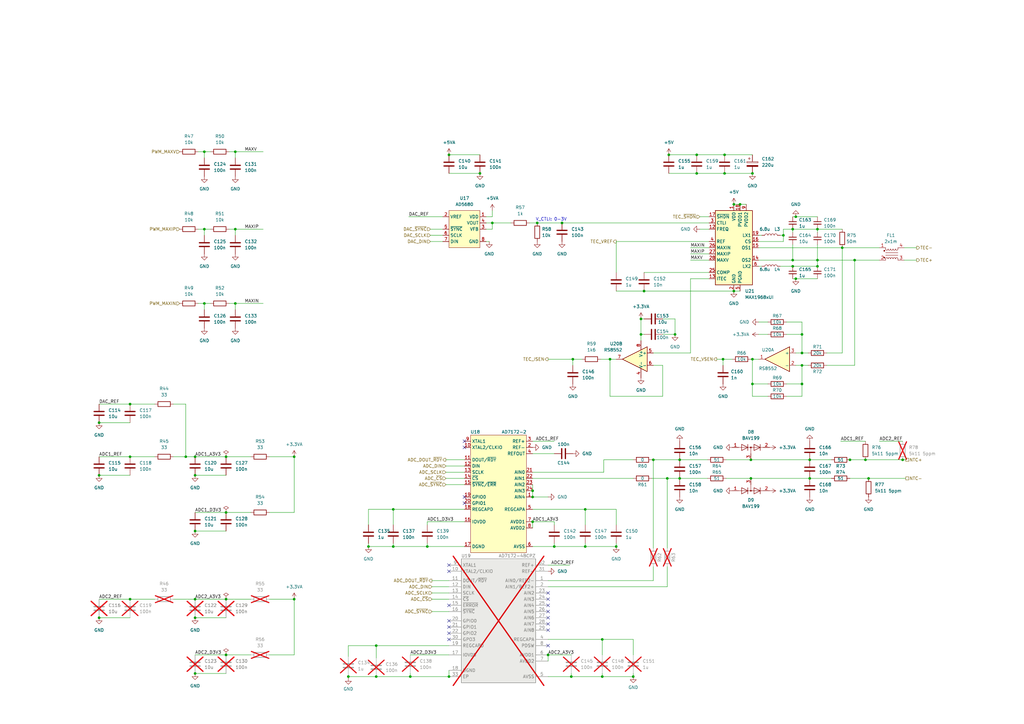
<source format=kicad_sch>
(kicad_sch (version 20230121) (generator eeschema)
  (paper "A3")
  (title_block (title "Kirdy") (date "2022-07-03") (rev "r0.3") (company "M-Labs") (comment 1 "Linus Woo Chun Kit"))
  (junction (at 300.99 119.38))
  (junction (at 267.97 188.595))
  (junction (at 350.52 106.68))
  (junction (at 297.18 63.5))
  (junction (at 274.32 63.5))
  (junction (at 300.99 83.82))
  (junction (at 201.93 91.44))
  (junction (at 252.73 224.155))
  (junction (at 96.52 62.23))
  (junction (at 53.34 245.745))
  (junction (at 161.29 208.915))
  (junction (at 92.71 268.605))
  (junction (at 325.12 106.68))
  (junction (at 234.95 147.32))
  (junction (at 83.82 62.23))
  (junction (at 40.64 173.355))
  (junction (at 80.01 217.805))
  (junction (at 120.65 187.325))
  (junction (at 40.64 253.365))
  (junction (at 120.65 245.745))
  (junction (at 218.44 213.995))
  (junction (at 154.305 277.495))
  (junction (at 328.93 149.86))
  (junction (at 354.965 188.595))
  (junction (at 296.545 147.32))
  (junction (at 218.44 203.835))
  (junction (at 184.15 277.495))
  (junction (at 161.29 224.155))
  (junction (at 234.315 277.495))
  (junction (at 308.61 71.12))
  (junction (at 247.015 262.255))
  (junction (at 92.71 210.185))
  (junction (at 325.12 93.98))
  (junction (at 80.01 276.225))
  (junction (at 230.505 91.44))
  (junction (at 262.89 137.16))
  (junction (at 285.75 71.12))
  (junction (at 348.615 188.595))
  (junction (at 308.61 157.48))
  (junction (at 259.715 277.495))
  (junction (at 326.39 114.3))
  (junction (at 250.19 147.32))
  (junction (at 92.71 245.745))
  (junction (at 83.82 93.98))
  (junction (at 80.01 187.325))
  (junction (at 83.82 124.46))
  (junction (at 175.26 224.155))
  (junction (at 278.765 188.595))
  (junction (at 80.01 194.945))
  (junction (at 321.31 96.52))
  (junction (at 92.71 187.325))
  (junction (at 53.34 187.325))
  (junction (at 218.44 201.295))
  (junction (at 168.275 277.495))
  (junction (at 80.01 253.365))
  (junction (at 184.15 63.5))
  (junction (at 240.03 224.155))
  (junction (at 335.28 109.22))
  (junction (at 345.44 101.6))
  (junction (at 273.685 196.215))
  (junction (at 278.765 196.215))
  (junction (at 328.93 137.16))
  (junction (at 96.52 93.98))
  (junction (at 227.33 224.155))
  (junction (at 154.305 264.795))
  (junction (at 220.345 91.44))
  (junction (at 96.52 124.46))
  (junction (at 303.53 83.82))
  (junction (at 40.64 194.945))
  (junction (at 332.105 188.595))
  (junction (at 328.93 157.48))
  (junction (at 307.975 188.595))
  (junction (at 325.12 109.22))
  (junction (at 196.85 71.12))
  (junction (at 356.235 196.215))
  (junction (at 262.89 130.81))
  (junction (at 240.03 208.915))
  (junction (at 307.975 196.215))
  (junction (at 328.93 144.78))
  (junction (at 370.205 188.595))
  (junction (at 151.13 224.155))
  (junction (at 264.16 119.38))
  (junction (at 76.2 187.325))
  (junction (at 80.01 245.745))
  (junction (at 335.28 93.98))
  (junction (at 276.86 137.16))
  (junction (at 142.875 277.495))
  (junction (at 308.61 147.32))
  (junction (at 285.75 63.5))
  (junction (at 297.18 71.12))
  (junction (at 335.28 106.68))
  (junction (at 332.105 196.215))
  (junction (at 224.79 268.605))
  (junction (at 53.34 165.735))
  (junction (at 326.39 88.9))
  (junction (at 247.015 277.495))
  (no_connect (at 190.5 180.975))
  (no_connect (at 184.15 248.285))
  (no_connect (at 190.5 183.515))
  (no_connect (at 190.5 203.835))
  (no_connect (at 190.5 206.375))
  (no_connect (at 224.79 243.205))
  (no_connect (at 224.79 250.825))
  (no_connect (at 184.15 234.315))
  (no_connect (at 184.15 231.775))
  (no_connect (at 224.79 264.795))
  (no_connect (at 184.15 262.255))
  (no_connect (at 224.79 255.905))
  (no_connect (at 184.15 257.175))
  (no_connect (at 184.15 259.715))
  (no_connect (at 224.79 248.285))
  (no_connect (at 224.79 253.365))
  (no_connect (at 184.15 254.635))
  (no_connect (at 224.79 258.445))
  (no_connect (at 224.79 245.745))
  (wire (pts (xy 320.04 96.52) (xy 321.31 96.52)))
  (wire (pts (xy 80.01 276.225) (xy 92.71 276.225)))
  (wire (pts (xy 274.32 63.5) (xy 285.75 63.5)))
  (wire (pts (xy 328.93 144.78) (xy 331.47 144.78)))
  (wire (pts (xy 218.44 201.295) (xy 218.44 203.835)))
  (wire (pts (xy 218.44 213.995) (xy 227.33 213.995)))
  (wire (pts (xy 224.79 147.32) (xy 234.95 147.32)))
  (wire (pts (xy 220.345 91.44) (xy 230.505 91.44)))
  (wire (pts (xy 40.64 245.745) (xy 53.34 245.745)))
  (wire (pts (xy 347.345 188.595) (xy 348.615 188.595)))
  (wire (pts (xy 308.61 147.32) (xy 311.15 147.32)))
  (wire (pts (xy 40.64 194.945) (xy 53.34 194.945)))
  (wire (pts (xy 252.73 111.76) (xy 252.73 99.06)))
  (wire (pts (xy 142.875 277.495) (xy 142.875 278.13)))
  (wire (pts (xy 182.88 198.755) (xy 190.5 198.755)))
  (wire (pts (xy 40.64 165.735) (xy 53.34 165.735)))
  (wire (pts (xy 328.93 149.86) (xy 331.47 149.86)))
  (wire (pts (xy 92.71 268.605) (xy 102.87 268.605)))
  (wire (pts (xy 182.88 191.135) (xy 190.5 191.135)))
  (wire (pts (xy 175.26 213.995) (xy 190.5 213.995)))
  (wire (pts (xy 252.73 119.38) (xy 264.16 119.38)))
  (wire (pts (xy 224.79 268.605) (xy 224.79 271.145)))
  (wire (pts (xy 53.34 245.745) (xy 63.5 245.745)))
  (wire (pts (xy 252.73 208.915) (xy 252.73 215.265)))
  (wire (pts (xy 278.765 196.215) (xy 290.195 196.215)))
  (wire (pts (xy 151.13 215.265) (xy 151.13 208.915)))
  (wire (pts (xy 110.49 187.325) (xy 120.65 187.325)))
  (wire (pts (xy 92.71 210.185) (xy 102.87 210.185)))
  (wire (pts (xy 311.15 132.08) (xy 314.96 132.08)))
  (wire (pts (xy 278.765 188.595) (xy 290.195 188.595)))
  (wire (pts (xy 199.39 93.98) (xy 201.93 93.98)))
  (wire (pts (xy 325.12 106.68) (xy 335.28 106.68)))
  (wire (pts (xy 297.18 63.5) (xy 308.61 63.5)))
  (wire (pts (xy 250.19 147.32) (xy 252.73 147.32)))
  (wire (pts (xy 285.75 71.12) (xy 297.18 71.12)))
  (wire (pts (xy 296.545 147.32) (xy 300.355 147.32)))
  (wire (pts (xy 332.105 188.595) (xy 340.995 188.595)))
  (wire (pts (xy 264.16 119.38) (xy 300.99 119.38)))
  (wire (pts (xy 176.53 99.06) (xy 181.61 99.06)))
  (wire (pts (xy 322.58 157.48) (xy 328.93 157.48)))
  (wire (pts (xy 177.165 245.745) (xy 184.15 245.745)))
  (wire (pts (xy 80.01 253.365) (xy 92.71 253.365)))
  (wire (pts (xy 71.12 245.745) (xy 80.01 245.745)))
  (wire (pts (xy 227.33 213.995) (xy 227.33 215.265)))
  (wire (pts (xy 83.82 93.98) (xy 86.36 93.98)))
  (wire (pts (xy 339.09 144.78) (xy 345.44 144.78)))
  (wire (pts (xy 271.78 162.56) (xy 271.78 149.86)))
  (wire (pts (xy 184.15 63.5) (xy 196.85 63.5)))
  (wire (pts (xy 218.44 208.915) (xy 240.03 208.915)))
  (wire (pts (xy 218.44 213.995) (xy 218.44 216.535)))
  (wire (pts (xy 151.13 208.915) (xy 161.29 208.915)))
  (wire (pts (xy 151.13 224.155) (xy 161.29 224.155)))
  (wire (pts (xy 247.015 277.495) (xy 259.715 277.495)))
  (wire (pts (xy 321.31 93.98) (xy 325.12 93.98)))
  (wire (pts (xy 350.52 106.68) (xy 350.52 149.86)))
  (wire (pts (xy 199.39 99.06) (xy 200.66 99.06)))
  (wire (pts (xy 142.875 277.495) (xy 154.305 277.495)))
  (wire (pts (xy 96.52 124.46) (xy 96.52 127)))
  (wire (pts (xy 154.305 264.795) (xy 154.305 269.875)))
  (wire (pts (xy 325.12 109.22) (xy 335.28 109.22)))
  (wire (pts (xy 287.02 88.9) (xy 290.83 88.9)))
  (wire (pts (xy 283.21 101.6) (xy 290.83 101.6)))
  (wire (pts (xy 176.53 96.52) (xy 181.61 96.52)))
  (wire (pts (xy 271.78 149.86) (xy 267.97 149.86)))
  (wire (pts (xy 182.88 188.595) (xy 190.5 188.595)))
  (wire (pts (xy 262.89 137.16) (xy 262.89 139.7)))
  (wire (pts (xy 345.44 101.6) (xy 345.44 144.78)))
  (wire (pts (xy 326.39 144.78) (xy 328.93 144.78)))
  (wire (pts (xy 283.21 144.78) (xy 267.97 144.78)))
  (wire (pts (xy 247.65 193.675) (xy 247.65 188.595)))
  (wire (pts (xy 184.15 71.12) (xy 196.85 71.12)))
  (wire (pts (xy 311.15 101.6) (xy 345.44 101.6)))
  (wire (pts (xy 234.95 149.86) (xy 234.95 147.32)))
  (wire (pts (xy 96.52 124.46) (xy 107.95 124.46)))
  (wire (pts (xy 240.03 208.915) (xy 252.73 208.915)))
  (wire (pts (xy 234.315 276.225) (xy 234.315 277.495)))
  (wire (pts (xy 267.97 232.41) (xy 267.97 238.125)))
  (wire (pts (xy 335.28 106.68) (xy 350.52 106.68)))
  (wire (pts (xy 182.88 193.675) (xy 190.5 193.675)))
  (wire (pts (xy 325.12 95.25) (xy 325.12 93.98)))
  (wire (pts (xy 154.305 264.795) (xy 184.15 264.795)))
  (wire (pts (xy 348.615 196.215) (xy 356.235 196.215)))
  (wire (pts (xy 120.65 268.605) (xy 120.65 245.745)))
  (wire (pts (xy 199.39 88.9) (xy 201.93 88.9)))
  (wire (pts (xy 335.28 100.33) (xy 335.28 106.68)))
  (wire (pts (xy 224.79 277.495) (xy 234.315 277.495)))
  (wire (pts (xy 93.98 93.98) (xy 96.52 93.98)))
  (wire (pts (xy 264.16 130.81) (xy 262.89 130.81)))
  (wire (pts (xy 325.12 88.9) (xy 326.39 88.9)))
  (wire (pts (xy 250.19 162.56) (xy 271.78 162.56)))
  (wire (pts (xy 322.58 132.08) (xy 328.93 132.08)))
  (wire (pts (xy 273.685 232.41) (xy 273.685 240.665)))
  (wire (pts (xy 83.82 62.23) (xy 83.82 64.77)))
  (wire (pts (xy 161.29 222.885) (xy 161.29 224.155)))
  (wire (pts (xy 80.01 217.805) (xy 92.71 217.805)))
  (wire (pts (xy 307.975 196.215) (xy 332.105 196.215)))
  (wire (pts (xy 264.16 111.76) (xy 290.83 111.76)))
  (wire (pts (xy 247.015 262.255) (xy 259.715 262.255)))
  (wire (pts (xy 167.64 88.9) (xy 181.61 88.9)))
  (wire (pts (xy 246.38 147.32) (xy 250.19 147.32)))
  (wire (pts (xy 247.015 276.225) (xy 247.015 277.495)))
  (wire (pts (xy 267.97 188.595) (xy 267.97 224.79)))
  (wire (pts (xy 53.34 187.325) (xy 63.5 187.325)))
  (wire (pts (xy 240.03 222.885) (xy 240.03 224.155)))
  (wire (pts (xy 110.49 268.605) (xy 120.65 268.605)))
  (wire (pts (xy 177.165 240.665) (xy 184.15 240.665)))
  (wire (pts (xy 370.84 101.6) (xy 375.92 101.6)))
  (wire (pts (xy 201.93 88.9) (xy 201.93 86.36)))
  (wire (pts (xy 311.15 106.68) (xy 325.12 106.68)))
  (wire (pts (xy 325.12 100.33) (xy 325.12 106.68)))
  (wire (pts (xy 234.95 147.32) (xy 238.76 147.32)))
  (wire (pts (xy 40.64 187.325) (xy 53.34 187.325)))
  (wire (pts (xy 177.165 250.825) (xy 184.15 250.825)))
  (wire (pts (xy 247.65 188.595) (xy 259.715 188.595)))
  (wire (pts (xy 83.82 124.46) (xy 83.82 127)))
  (wire (pts (xy 328.93 137.16) (xy 328.93 144.78)))
  (wire (pts (xy 175.26 224.155) (xy 190.5 224.155)))
  (wire (pts (xy 168.275 268.605) (xy 184.15 268.605)))
  (wire (pts (xy 177.165 243.205) (xy 184.15 243.205)))
  (wire (pts (xy 92.71 187.325) (xy 102.87 187.325)))
  (wire (pts (xy 218.44 186.055) (xy 227.33 186.055)))
  (wire (pts (xy 110.49 245.745) (xy 120.65 245.745)))
  (wire (pts (xy 247.015 262.255) (xy 247.015 268.605)))
  (wire (pts (xy 92.71 245.745) (xy 102.87 245.745)))
  (wire (pts (xy 360.68 180.975) (xy 370.205 180.975)))
  (wire (pts (xy 311.15 99.06) (xy 321.31 99.06)))
  (wire (pts (xy 267.97 188.595) (xy 278.765 188.595)))
  (wire (pts (xy 297.815 196.215) (xy 307.975 196.215)))
  (wire (pts (xy 142.875 264.795) (xy 142.875 269.24)))
  (wire (pts (xy 80.01 268.605) (xy 92.71 268.605)))
  (wire (pts (xy 96.52 93.98) (xy 96.52 96.52)))
  (wire (pts (xy 311.15 137.16) (xy 314.96 137.16)))
  (wire (pts (xy 326.39 149.86) (xy 328.93 149.86)))
  (wire (pts (xy 308.61 157.48) (xy 308.61 162.56)))
  (wire (pts (xy 53.34 165.735) (xy 63.5 165.735)))
  (wire (pts (xy 370.205 188.595) (xy 371.475 188.595)))
  (wire (pts (xy 71.12 165.735) (xy 76.2 165.735)))
  (wire (pts (xy 326.39 114.3) (xy 335.28 114.3)))
  (wire (pts (xy 325.12 114.3) (xy 326.39 114.3)))
  (wire (pts (xy 76.2 165.735) (xy 76.2 187.325)))
  (wire (pts (xy 218.44 203.835) (xy 224.79 203.835)))
  (wire (pts (xy 273.685 240.665) (xy 224.79 240.665)))
  (wire (pts (xy 154.305 277.495) (xy 168.275 277.495)))
  (wire (pts (xy 247.65 193.675) (xy 218.44 193.675)))
  (wire (pts (xy 252.73 222.885) (xy 252.73 224.155)))
  (wire (pts (xy 199.39 91.44) (xy 201.93 91.44)))
  (wire (pts (xy 328.93 162.56) (xy 328.93 157.48)))
  (wire (pts (xy 110.49 210.185) (xy 120.65 210.185)))
  (wire (pts (xy 83.82 93.98) (xy 83.82 96.52)))
  (wire (pts (xy 93.98 62.23) (xy 96.52 62.23)))
  (wire (pts (xy 230.505 91.44) (xy 290.83 91.44)))
  (wire (pts (xy 287.02 93.98) (xy 290.83 93.98)))
  (wire (pts (xy 322.58 137.16) (xy 328.93 137.16)))
  (wire (pts (xy 80.01 194.945) (xy 92.71 194.945)))
  (wire (pts (xy 177.165 238.125) (xy 184.15 238.125)))
  (wire (pts (xy 184.15 274.955) (xy 184.15 277.495)))
  (wire (pts (xy 276.86 130.81) (xy 276.86 137.16)))
  (wire (pts (xy 201.93 93.98) (xy 201.93 91.44)))
  (wire (pts (xy 218.44 180.975) (xy 227.33 180.975)))
  (wire (pts (xy 322.58 162.56) (xy 328.93 162.56)))
  (wire (pts (xy 328.93 132.08) (xy 328.93 137.16)))
  (wire (pts (xy 40.64 173.355) (xy 53.34 173.355)))
  (wire (pts (xy 176.53 93.98) (xy 181.61 93.98)))
  (wire (pts (xy 81.28 93.98) (xy 83.82 93.98)))
  (wire (pts (xy 80.01 187.325) (xy 92.71 187.325)))
  (wire (pts (xy 273.685 196.215) (xy 273.685 224.79)))
  (wire (pts (xy 273.685 196.215) (xy 278.765 196.215)))
  (wire (pts (xy 335.28 95.25) (xy 335.28 93.98)))
  (wire (pts (xy 96.52 62.23) (xy 107.95 62.23)))
  (wire (pts (xy 321.31 99.06) (xy 321.31 96.52)))
  (wire (pts (xy 175.26 222.885) (xy 175.26 224.155)))
  (wire (pts (xy 218.44 198.755) (xy 218.44 201.295)))
  (wire (pts (xy 76.2 187.325) (xy 80.01 187.325)))
  (wire (pts (xy 344.805 180.975) (xy 354.965 180.975)))
  (wire (pts (xy 120.65 210.185) (xy 120.65 187.325)))
  (wire (pts (xy 224.79 268.605) (xy 234.315 268.605)))
  (wire (pts (xy 224.79 262.255) (xy 247.015 262.255)))
  (wire (pts (xy 218.44 196.215) (xy 259.715 196.215)))
  (wire (pts (xy 271.78 137.16) (xy 276.86 137.16)))
  (wire (pts (xy 311.15 96.52) (xy 312.42 96.52)))
  (wire (pts (xy 283.21 114.3) (xy 290.83 114.3)))
  (wire (pts (xy 348.615 188.595) (xy 354.965 188.595)))
  (wire (pts (xy 96.52 93.98) (xy 107.95 93.98)))
  (wire (pts (xy 81.28 62.23) (xy 83.82 62.23)))
  (wire (pts (xy 240.03 208.915) (xy 240.03 215.265)))
  (wire (pts (xy 264.16 137.16) (xy 262.89 137.16)))
  (wire (pts (xy 321.31 96.52) (xy 321.31 93.98)))
  (wire (pts (xy 335.28 106.68) (xy 335.28 109.22)))
  (wire (pts (xy 217.17 91.44) (xy 220.345 91.44)))
  (wire (pts (xy 332.105 196.215) (xy 340.995 196.215)))
  (wire (pts (xy 335.28 93.98) (xy 345.44 93.98)))
  (wire (pts (xy 274.32 71.12) (xy 285.75 71.12)))
  (wire (pts (xy 267.335 188.595) (xy 267.97 188.595)))
  (wire (pts (xy 262.89 130.81) (xy 262.89 137.16)))
  (wire (pts (xy 168.275 277.495) (xy 184.15 277.495)))
  (wire (pts (xy 250.19 147.32) (xy 250.19 162.56)))
  (wire (pts (xy 356.235 196.215) (xy 371.475 196.215)))
  (wire (pts (xy 285.75 63.5) (xy 297.18 63.5)))
  (wire (pts (xy 182.88 196.215) (xy 190.5 196.215)))
  (wire (pts (xy 307.975 188.595) (xy 332.105 188.595)))
  (wire (pts (xy 168.275 277.495) (xy 168.275 276.225)))
  (wire (pts (xy 81.28 124.46) (xy 83.82 124.46)))
  (wire (pts (xy 300.99 83.82) (xy 303.53 83.82)))
  (wire (pts (xy 83.82 124.46) (xy 86.36 124.46)))
  (wire (pts (xy 350.52 106.68) (xy 360.68 106.68)))
  (wire (pts (xy 297.815 188.595) (xy 307.975 188.595)))
  (wire (pts (xy 283.21 114.3) (xy 283.21 144.78)))
  (wire (pts (xy 80.01 210.185) (xy 92.71 210.185)))
  (wire (pts (xy 294.005 147.32) (xy 296.545 147.32)))
  (wire (pts (xy 96.52 62.23) (xy 96.52 64.77)))
  (wire (pts (xy 345.44 101.6) (xy 360.68 101.6)))
  (wire (pts (xy 370.84 106.68) (xy 375.92 106.68)))
  (wire (pts (xy 252.73 99.06) (xy 290.83 99.06)))
  (wire (pts (xy 328.93 157.48) (xy 328.93 149.86)))
  (wire (pts (xy 314.96 157.48) (xy 308.61 157.48)))
  (wire (pts (xy 93.98 124.46) (xy 96.52 124.46)))
  (wire (pts (xy 259.715 276.225) (xy 259.715 277.495)))
  (wire (pts (xy 267.97 238.125) (xy 224.79 238.125)))
  (wire (pts (xy 227.33 222.885) (xy 227.33 224.155)))
  (wire (pts (xy 80.01 245.745) (xy 92.71 245.745)))
  (wire (pts (xy 218.44 224.155) (xy 227.33 224.155)))
  (wire (pts (xy 300.99 119.38) (xy 303.53 119.38)))
  (wire (pts (xy 307.975 147.32) (xy 308.61 147.32)))
  (wire (pts (xy 71.12 187.325) (xy 76.2 187.325)))
  (wire (pts (xy 296.545 149.86) (xy 296.545 147.32)))
  (wire (pts (xy 161.29 224.155) (xy 175.26 224.155)))
  (wire (pts (xy 308.61 157.48) (xy 308.61 147.32)))
  (wire (pts (xy 303.53 83.82) (xy 306.07 83.82)))
  (wire (pts (xy 271.78 130.81) (xy 276.86 130.81)))
  (wire (pts (xy 224.79 231.775) (xy 233.68 231.775)))
  (wire (pts (xy 201.93 91.44) (xy 209.55 91.44)))
  (wire (pts (xy 308.61 162.56) (xy 314.96 162.56)))
  (wire (pts (xy 83.82 62.23) (xy 86.36 62.23)))
  (wire (pts (xy 354.965 188.595) (xy 370.205 188.595)))
  (wire (pts (xy 161.29 208.915) (xy 161.29 215.265)))
  (wire (pts (xy 326.39 88.9) (xy 335.28 88.9)))
  (wire (pts (xy 234.315 277.495) (xy 247.015 277.495)))
  (wire (pts (xy 40.64 253.365) (xy 53.34 253.365)))
  (wire (pts (xy 311.15 109.22) (xy 312.42 109.22)))
  (wire (pts (xy 227.33 224.155) (xy 240.03 224.155)))
  (wire (pts (xy 320.04 109.22) (xy 325.12 109.22)))
  (wire (pts (xy 339.09 149.86) (xy 350.52 149.86)))
  (wire (pts (xy 297.18 71.12) (xy 308.61 71.12)))
  (wire (pts (xy 267.335 196.215) (xy 273.685 196.215)))
  (wire (pts (xy 161.29 208.915) (xy 190.5 208.915)))
  (wire (pts (xy 283.21 104.14) (xy 290.83 104.14)))
  (wire (pts (xy 283.21 106.68) (xy 290.83 106.68)))
  (wire (pts (xy 240.03 224.155) (xy 252.73 224.155)))
  (wire (pts (xy 142.875 276.86) (xy 142.875 277.495)))
  (wire (pts (xy 151.13 222.885) (xy 151.13 224.155)))
  (wire (pts (xy 154.305 264.795) (xy 142.875 264.795)))
  (wire (pts (xy 259.715 262.255) (xy 259.715 268.605)))
  (wire (pts (xy 325.12 93.98) (xy 335.28 93.98)))
  (wire (pts (xy 175.26 213.995) (xy 175.26 215.265)))
  (text "V_CTLI: 0-3V" (at 219.71 90.805 0) (effects (font (size 1.27 1.27)) (justify left bottom)))
  (label "DAC_REF" (at 167.64 88.9 0))
  (label "ADC1_D3V3" (at 175.26 213.995 0))
  (label "MAXV" (at 100.33 62.23 0))
  (label "MAXIN" (at 100.33 124.46 0))
  (label "ADC2_D3V3" (at 80.01 268.605 0))
  (label "ADC2_REF" (at 40.64 245.745 0))
  (label "ADC1_REF" (at 40.64 187.325 0))
  (label "ADC2_A3V3" (at 80.01 245.745 0))
  (label "MAXIN" (at 283.21 101.6 0))
  (label "ADC1_A3V3" (at 80.01 187.325 0))
  (label "MAXV" (at 283.21 106.68 0))
  (label "DAC_REF" (at 40.64 165.735 0))
  (label "MAXIP" (at 100.33 93.98 0))
  (label "ADC1_REF" (at 344.805 180.975 0))
  (label "ADC1_D3V3" (at 80.01 210.185 0))
  (label "ADC1_REF" (at 219.71 180.975 0))
  (label "ADC1_A3V3" (at 218.44 213.995 0))
  (label "ADC2_A3V3" (at 224.79 268.605 0))
  (label "MAXIP" (at 283.21 104.14 0))
  (label "ADC2_REF" (at 360.68 180.975 0))
  (label "ADC2_D3V3" (at 168.275 268.605 0))
  (label "ADC2_REF" (at 226.06 231.775 0))
  (hierarchical_label "ADC_DOUT_~{RDY}" (shape output) (at 182.88 188.595 180))
  (hierarchical_label "TEC+" (shape output) (at 375.92 106.68 0))
  (hierarchical_label "PWM_MAXIP" (shape input) (at 73.66 93.98 180))
  (hierarchical_label "DAC_DIN" (shape input) (at 176.53 99.06 180))
  (hierarchical_label "PWM_MAXIN" (shape input) (at 73.66 124.46 180))
  (hierarchical_label "TEC_VREF" (shape output) (at 252.73 99.06 180))
  (hierarchical_label "ADC_~{SYNC}" (shape input) (at 177.165 250.825 180))
  (hierarchical_label "TEC_~{SHDN}" (shape input) (at 287.02 88.9 180))
  (hierarchical_label "DAC_SCLK" (shape input) (at 176.53 96.52 180))
  (hierarchical_label "ADC_~{CS}" (shape input) (at 177.165 245.745 180))
  (hierarchical_label "TEC_ISEN" (shape output) (at 224.79 147.32 180))
  (hierarchical_label "ADC_~{CS}" (shape input) (at 182.88 196.215 180))
  (hierarchical_label "NTC-" (shape passive) (at 371.475 196.215 0))
  (hierarchical_label "ADC_DIN" (shape input) (at 182.88 191.135 180))
  (hierarchical_label "NTC+" (shape passive) (at 371.475 188.595 0))
  (hierarchical_label "TEC-" (shape output) (at 375.92 101.6 0))
  (hierarchical_label "PWM_MAXV" (shape input) (at 73.66 62.23 180))
  (hierarchical_label "ADC_SCLK" (shape input) (at 182.88 193.675 180))
  (hierarchical_label "ADC_DIN" (shape input) (at 177.165 240.665 180))
  (hierarchical_label "TEC_VSEN" (shape output) (at 294.005 147.32 180))
  (hierarchical_label "ADC_~{SYNC}" (shape input) (at 182.88 198.755 180))
  (hierarchical_label "ADC_DOUT_~{RDY}" (shape output) (at 177.165 238.125 180))
  (hierarchical_label "DAC_~{SYNC}" (shape input) (at 176.53 93.98 180))
  (hierarchical_label "ADC_SCLK" (shape input) (at 177.165 243.205 180))
  (symbol (lib_id "power:GND") (at 80.01 276.225 0) (unit 1)
    (property "Reference" "#PWR0104" (effects hide))
    (property "Value" "GND" (at 80.01 281.305 0))
  )
  (symbol (lib_id "power:GND") (at 80.01 194.945 0) (unit 1)
    (property "Reference" "#PWR0101" (effects hide))
    (property "Value" "GND" (at 80.01 200.025 0))
  )
  (symbol (lib_id "Device:R") (at 273.685 228.6 180) (unit 1) (dnp yes)
    (property "Reference" "R63" (at 276.225 228.6 90))
    (property "Value" "0" (at 273.685 228.6 90))
    (property "Footprint" "Resistor_SMD:R_0603_1608Metric" (effects hide))
    (property "MFR_PN" "RMCF0603ZT0R00" (effects hide))
    (property "MFR_PN_ALT" "CR0603-J/-000ELF" (effects hide))
  )
  (symbol (lib_id "Device:C") (at 240.03 219.075 0) (unit 1)
    (property "Reference" "C147" (at 243.84 217.8049 0) (effects (justify left)))
    (property "Value" "100n" (at 243.84 220.3449 0) (effects (justify left)))
    (property "Footprint" "Capacitor_SMD:C_0603_1608Metric" (effects hide))
    (property "MFR_PN" "CL10B104KB8NNWC" (effects hide))
    (property "MFR_PN_ALT" "CL10B104KB8NNNL" (effects hide))
  )
  (symbol (lib_id "Device:C") (at 175.26 219.075 0) (unit 1)
    (property "Reference" "C139" (at 179.07 217.8049 0) (effects (justify left)))
    (property "Value" "100n" (at 179.07 220.3449 0) (effects (justify left)))
    (property "Footprint" "Capacitor_SMD:C_0603_1608Metric" (effects hide))
    (property "MFR_PN" "CL10B104KB8NNWC" (effects hide))
    (property "MFR_PN_ALT" "CL10B104KB8NNNL" (effects hide))
  )
  (symbol (lib_id "kirdy:AD5680") (at 190.5 101.6 0) (unit 1)
    (property "Reference" "U17" (at 190.5 81.28 0))
    (property "Value" "AD5680" (at 190.5 83.82 0))
    (property "Footprint" "Package_TO_SOT_SMD:SOT-23-8" (effects hide))
    (property "Datasheet" "https://www.analog.com/media/en/technical-documentation/data-sheets/ad5680.pdf" (effects hide))
    (property "MFR_PN" "AD5680BRJZ" (effects hide))
  )
  (symbol (lib_id "Device:C") (at 53.34 249.555 0) (unit 1) (dnp yes)
    (property "Reference" "C119" (at 57.15 248.2849 0) (effects (justify left)))
    (property "Value" "100n" (at 57.15 250.8249 0) (effects (justify left)))
    (property "Footprint" "Capacitor_SMD:C_0603_1608Metric" (effects hide))
    (property "MFR_PN" "CL10B104KB8NNWC" (effects hide))
    (property "MFR_PN_ALT" "CL10B104KB8NNNL" (effects hide))
  )
  (symbol (lib_id "power:GND") (at 40.64 194.945 0) (unit 1)
    (property "Reference" "#PWR099" (effects hide))
    (property "Value" "GND" (at 40.64 200.025 0))
  )
  (symbol (lib_id "power:GND") (at 200.66 99.06 0) (unit 1)
    (property "Reference" "#PWR0117" (effects hide))
    (property "Value" "GND" (at 200.66 104.14 0))
  )
  (symbol (lib_id "Device:C") (at 80.01 213.995 0) (unit 1)
    (property "Reference" "C121" (at 83.82 212.7249 0) (effects (justify left)))
    (property "Value" "10u" (at 83.82 215.2649 0) (effects (justify left)))
    (property "Footprint" "Capacitor_SMD:C_0805_2012Metric" (effects hide))
    (property "MFR_PN" "CL21B106KOQNNNG" (effects hide))
    (property "MFR_PN_ALT" "CL21B106KOQNNNE" (effects hide))
  )
  (symbol (lib_id "Device:R") (at 345.44 97.79 180) (unit 1)
    (property "Reference" "R75" (at 349.25 96.52 0))
    (property "Value" "50m" (at 349.25 99.06 0))
    (property "Footprint" "Resistor_SMD:R_2010_5025Metric" (effects hide))
    (property "MFR_PN" "CRM2010-FX-R050ELF" (effects hide))
    (property "MFR_PN_ALT" "WSLT2010R5000FEA18" (effects hide))
  )
  (symbol (lib_id "Device:C") (at 154.305 273.685 0) (unit 1) (dnp yes)
    (property "Reference" "C136" (at 158.115 272.4149 0) (effects (justify left)))
    (property "Value" "100n" (at 158.115 274.9549 0) (effects (justify left)))
    (property "Footprint" "Capacitor_SMD:C_0603_1608Metric" (effects hide))
    (property "MFR_PN" "CL10B104KB8NNWC" (effects hide))
    (property "MFR_PN_ALT" "CL10B104KB8NNNL" (effects hide))
  )
  (symbol (lib_id "Device:C") (at 252.73 219.075 0) (unit 1)
    (property "Reference" "C150" (at 256.54 217.8049 0) (effects (justify left)))
    (property "Value" "1u" (at 256.54 220.3449 0) (effects (justify left)))
    (property "Footprint" "Capacitor_SMD:C_0603_1608Metric" (effects hide))
    (property "MFR_PN" "CL10B105KA8NNNC" (effects hide))
    (property "MFR_PN_ALT" "CGA3E1X7R1E105K080AC" (effects hide))
  )
  (symbol (lib_id "power:+3.3VA") (at 120.65 187.325 0) (unit 1)
    (property "Reference" "#PWR0111" (effects hide))
    (property "Value" "+3.3VA" (at 120.65 182.245 0))
  )
  (symbol (lib_id "power:+5V") (at 274.32 63.5 0) (unit 1)
    (property "Reference" "#PWR0130" (effects hide))
    (property "Value" "+5V" (at 274.32 58.42 0))
  )
  (symbol (lib_id "Device:R") (at 106.68 210.185 90) (unit 1)
    (property "Reference" "R54" (at 106.68 203.835 90))
    (property "Value" "33" (at 106.68 206.375 90))
    (property "Footprint" "Resistor_SMD:R_0603_1608Metric" (effects hide))
    (property "MFR_PN" "RC0603FR-0733RL" (effects hide))
    (property "MFR_PN_ALT" "CRGCQ0603F33R" (effects hide))
  )
  (symbol (lib_id "Device:Filter_EMI_LL_1423") (at 365.76 104.14 0) (mirror x) (unit 1)
    (property "Reference" "FL1" (at 365.379 96.52 0))
    (property "Value" "2x1m" (at 365.379 99.06 0))
    (property "Footprint" "Inductor_SMD:L_CommonModeChoke_Wuerth_WE-SL5" (effects hide))
    (property "MFR_PN" "744273501" (effects hide))
  )
  (symbol (lib_id "Device:R") (at 318.77 132.08 90) (unit 1)
    (property "Reference" "R67" (at 318.77 129.54 90))
    (property "Value" "10k" (at 318.77 132.08 90))
    (property "Footprint" "Resistor_SMD:R_0603_1608Metric" (effects hide))
    (property "MFR_PN" "RNCP0603FTD10K0" (effects hide))
    (property "MFR_PN_ALT" "RMCF0603FT10K0" (effects hide))
  )
  (symbol (lib_id "power:GND") (at 83.82 104.14 0) (unit 1)
    (property "Reference" "#PWR0106" (effects hide))
    (property "Value" "GND" (at 83.82 109.22 0))
  )
  (symbol (lib_id "Device:R") (at 90.17 62.23 90) (unit 1)
    (property "Reference" "R50" (at 90.17 55.88 90))
    (property "Value" "10k" (at 90.17 58.42 90))
    (property "Footprint" "Resistor_SMD:R_0603_1608Metric" (effects hide))
    (property "MFR_PN" "RNCP0603FTD10K0" (effects hide))
    (property "MFR_PN_ALT" "RMCF0603FT10K0" (effects hide))
  )
  (symbol (lib_id "Device:C") (at 296.545 153.67 0) (unit 1)
    (property "Reference" "C160" (at 299.72 152.4 0) (effects (justify left)))
    (property "Value" "1n" (at 299.72 154.94 0) (effects (justify left)))
    (property "Footprint" "Capacitor_SMD:C_0603_1608Metric" (effects hide))
    (property "MFR_PN" "0603N102G250CT" (effects hide))
  )
  (symbol (lib_id "Device:R") (at 294.005 188.595 90) (unit 1)
    (property "Reference" "R64" (at 294.005 191.135 90))
    (property "Value" "51" (at 294.005 188.595 90))
    (property "Footprint" "Resistor_SMD:R_0603_1608Metric" (effects hide))
    (property "MFR_PN" "ESR03EZPF51R0" (effects hide))
    (property "MFR_PN_ALT" "RMCF0603FT51R0" (effects hide))
  )
  (symbol (lib_id "kirdy:RS8552") (at 260.35 147.32 0) (mirror y) (unit 3)
    (property "Reference" "U20" (effects hide))
    (property "Value" "RS8552" (effects hide))
    (property "Footprint" "Package_SO:SOIC-8_3.9x4.9mm_P1.27mm" (effects hide))
    (property "Datasheet" "https://datasheet.lcsc.com/lcsc/2010160333_Jiangsu-RUNIC-Tech-RS8554XP_C236997.pdf" (effects hide))
    (property "MFR_PN" "RS8552XK" (effects hide))
  )
  (symbol (lib_id "power:GND") (at 308.61 71.12 0) (unit 1)
    (property "Reference" "#PWR0140" (effects hide))
    (property "Value" "GND" (at 308.61 76.2 0))
  )
  (symbol (lib_id "Device:R") (at 344.805 188.595 90) (unit 1)
    (property "Reference" "R73" (at 344.805 191.135 90))
    (property "Value" "51" (at 344.805 188.595 90))
    (property "Footprint" "Resistor_SMD:R_0603_1608Metric" (effects hide))
    (property "MFR_PN" "ESR03EZPF51R0" (effects hide))
    (property "MFR_PN_ALT" "RMCF0603FT51R0" (effects hide))
  )
  (symbol (lib_id "Device:R") (at 106.68 245.745 90) (unit 1) (dnp yes)
    (property "Reference" "R55" (at 106.68 239.395 90))
    (property "Value" "33" (at 106.68 241.935 90))
    (property "Footprint" "Resistor_SMD:R_0603_1608Metric" (effects hide))
    (property "MFR_PN" "RC0603FR-0733RL" (effects hide))
    (property "MFR_PN_ALT" "CRGCQ0603F33R" (effects hide))
  )
  (symbol (lib_id "power:GND") (at 311.15 132.08 270) (unit 1)
    (property "Reference" "#PWR0141" (effects hide))
    (property "Value" "GND" (at 307.34 132.0799 90) (effects (justify right)))
  )
  (symbol (lib_id "Device:R") (at 294.005 196.215 90) (unit 1)
    (property "Reference" "R65" (at 294.005 193.675 90))
    (property "Value" "51" (at 294.005 196.215 90))
    (property "Footprint" "Resistor_SMD:R_0603_1608Metric" (effects hide))
    (property "MFR_PN" "ESR03EZPF51R0" (effects hide))
    (property "MFR_PN_ALT" "RMCF0603FT51R0" (effects hide))
  )
  (symbol (lib_id "kirdy:AD7172-2") (at 204.47 205.105 0) (mirror y) (unit 1)
    (property "Reference" "U18" (at 194.945 177.165 0))
    (property "Value" "AD7172-2" (at 210.82 177.165 0))
    (property "Footprint" "Package_SO:TSSOP-24_4.4x7.8mm_P0.65mm" (effects hide))
    (property "Datasheet" "https://www.analog.com/media/en/technical-documentation/data-sheets/ad7172-2.pdf" (effects hide))
    (property "MFR_PN" "AD7172-2BRUZ" (effects hide))
  )
  (symbol (lib_id "Device:C") (at 92.71 272.415 0) (unit 1) (dnp yes)
    (property "Reference" "C130" (at 96.52 271.1449 0) (effects (justify left)))
    (property "Value" "100n" (at 96.52 273.6849 0) (effects (justify left)))
    (property "Footprint" "Capacitor_SMD:C_0603_1608Metric" (effects hide))
    (property "MFR_PN" "CL10B104KB8NNWC" (effects hide))
    (property "MFR_PN_ALT" "CL10B104KB8NNNL" (effects hide))
  )
  (symbol (lib_id "Device:C") (at 92.71 191.135 0) (unit 1)
    (property "Reference" "C127" (at 96.52 189.8649 0) (effects (justify left)))
    (property "Value" "100n" (at 96.52 192.4049 0) (effects (justify left)))
    (property "Footprint" "Capacitor_SMD:C_0603_1608Metric" (effects hide))
    (property "MFR_PN" "CL10B104KB8NNWC" (effects hide))
    (property "MFR_PN_ALT" "CL10B104KB8NNNL" (effects hide))
  )
  (symbol (lib_id "power:GND") (at 83.82 134.62 0) (unit 1)
    (property "Reference" "#PWR0107" (effects hide))
    (property "Value" "GND" (at 83.82 139.7 0))
  )
  (symbol (lib_id "Device:L") (at 316.23 109.22 90) (unit 1)
    (property "Reference" "L4" (at 318.77 110.49 90))
    (property "Value" "6.8u" (at 313.69 110.49 90))
    (property "Footprint" "Inductor_SMD:L_Wuerth_MAPI-4030" (effects hide))
    (property "MFR_PN" "74438357068" (effects hide))
  )
  (symbol (lib_id "power:GND") (at 234.95 186.055 90) (unit 1)
    (property "Reference" "#PWR0125" (effects hide))
    (property "Value" "GND" (at 238.76 186.0549 90) (effects (justify right)))
  )
  (symbol (lib_id "Device:R") (at 77.47 93.98 90) (unit 1)
    (property "Reference" "R48" (at 77.47 87.63 90))
    (property "Value" "10k" (at 77.47 90.17 90))
    (property "Footprint" "Resistor_SMD:R_0603_1608Metric" (effects hide))
    (property "MFR_PN" "RNCP0603FTD10K0" (effects hide))
    (property "MFR_PN_ALT" "RMCF0603FT10K0" (effects hide))
  )
  (symbol (lib_id "Device:R") (at 344.805 196.215 90) (unit 1)
    (property "Reference" "R74" (at 344.805 193.675 90))
    (property "Value" "51" (at 344.805 196.215 90))
    (property "Footprint" "Resistor_SMD:R_0603_1608Metric" (effects hide))
    (property "MFR_PN" "ESR03EZPF51R0" (effects hide))
    (property "MFR_PN_ALT" "RMCF0603FT51R0" (effects hide))
  )
  (symbol (lib_id "Device:C") (at 40.64 191.135 0) (unit 1)
    (property "Reference" "C115" (at 44.45 189.8649 0) (effects (justify left)))
    (property "Value" "10u" (at 44.45 192.4049 0) (effects (justify left)))
    (property "Footprint" "Capacitor_SMD:C_0805_2012Metric" (effects hide))
    (property "MFR_PN" "CL21B106KOQNNNG" (effects hide))
    (property "MFR_PN_ALT" "CL21B106KOQNNNE" (effects hide))
  )
  (symbol (lib_id "Device:C") (at 278.765 192.405 0) (unit 1)
    (property "Reference" "C157" (at 282.575 191.1349 0) (effects (justify left)))
    (property "Value" "100n" (at 282.575 193.6749 0) (effects (justify left)))
    (property "Footprint" "Capacitor_SMD:C_0603_1608Metric" (effects hide))
    (property "MFR_PN" "CL10B104KB8NNWC" (effects hide))
    (property "MFR_PN_ALT" "CL10B104KB8NNNL" (effects hide))
  )
  (symbol (lib_id "power:GND") (at 96.52 72.39 0) (unit 1)
    (property "Reference" "#PWR0108" (effects hide))
    (property "Value" "GND" (at 96.52 77.47 0))
  )
  (symbol (lib_id "Device:C") (at 297.18 67.31 0) (unit 1)
    (property "Reference" "C161" (at 300.99 66.0399 0) (effects (justify left)))
    (property "Value" "1u" (at 300.99 68.5799 0) (effects (justify left)))
    (property "Footprint" "Capacitor_SMD:C_0603_1608Metric" (effects hide))
    (property "MFR_PN" "CL10B105KA8NNNC" (effects hide))
    (property "MFR_PN_ALT" "CGA3E1X7R1E105K080AC" (effects hide))
  )
  (symbol (lib_id "Device:C") (at 285.75 67.31 0) (unit 1)
    (property "Reference" "C159" (at 289.56 66.0399 0) (effects (justify left)))
    (property "Value" "1u" (at 289.56 68.5799 0) (effects (justify left)))
    (property "Footprint" "Capacitor_SMD:C_0603_1608Metric" (effects hide))
    (property "MFR_PN" "CL10B105KA8NNNC" (effects hide))
    (property "MFR_PN_ALT" "CGA3E1X7R1E105K080AC" (effects hide))
  )
  (symbol (lib_id "Device:C") (at 40.64 169.545 0) (unit 1)
    (property "Reference" "C114" (at 44.45 168.2749 0) (effects (justify left)))
    (property "Value" "10u" (at 44.45 170.8149 0) (effects (justify left)))
    (property "Footprint" "Capacitor_SMD:C_0805_2012Metric" (effects hide))
    (property "MFR_PN" "CL21B106KOQNNNG" (effects hide))
    (property "MFR_PN_ALT" "CL21B106KOQNNNE" (effects hide))
  )
  (symbol (lib_id "Device:C") (at 267.97 137.16 90) (unit 1)
    (property "Reference" "C154" (at 271.78 135.89 90))
    (property "Value" "100n" (at 271.78 138.43 90))
    (property "Footprint" "Capacitor_SMD:C_0603_1608Metric" (effects hide))
    (property "MFR_PN" "CL10B104KB8NNWC" (effects hide))
    (property "MFR_PN_ALT" "CL10B104KB8NNNL" (effects hide))
  )
  (symbol (lib_id "Device:R") (at 67.31 245.745 90) (unit 1) (dnp yes)
    (property "Reference" "R46" (at 67.31 239.395 90))
    (property "Value" "33" (at 67.31 241.935 90))
    (property "Footprint" "Resistor_SMD:R_0603_1608Metric" (effects hide))
    (property "MFR_PN" "RC0603FR-0733RL" (effects hide))
    (property "MFR_PN_ALT" "CRGCQ0603F33R" (effects hide))
  )
  (symbol (lib_id "Device:C_Small") (at 325.12 97.79 0) (unit 1)
    (property "Reference" "C164" (at 327.66 96.5262 0) (effects (justify left)))
    (property "Value" "10u" (at 327.66 99.0662 0) (effects (justify left)))
    (property "Footprint" "Capacitor_SMD:C_0805_2012Metric" (effects hide))
    (property "MFR_PN" "CL21B106KOQNNNG" (effects hide))
    (property "MFR_PN_ALT" "CL21B106KOQNNNE" (effects hide))
  )
  (symbol (lib_id "power:GND") (at 224.79 203.835 90) (unit 1)
    (property "Reference" "#PWR0121" (effects hide))
    (property "Value" "GND" (at 228.6 203.8349 90) (effects (justify right)))
  )
  (symbol (lib_id "Device:C") (at 96.52 130.81 0) (unit 1)
    (property "Reference" "C133" (at 100.33 129.5399 0) (effects (justify left)))
    (property "Value" "100n" (at 100.33 132.0799 0) (effects (justify left)))
    (property "Footprint" "Capacitor_SMD:C_0603_1608Metric" (effects hide))
    (property "MFR_PN" "CL10B104KB8NNWC" (effects hide))
    (property "MFR_PN_ALT" "CL10B104KB8NNNL" (effects hide))
  )
  (symbol (lib_id "Device:R") (at 242.57 147.32 90) (unit 1)
    (property "Reference" "R59" (at 242.57 140.97 90))
    (property "Value" "1k6" (at 242.57 143.51 90))
    (property "Footprint" "Resistor_SMD:R_0603_1608Metric" (effects hide))
    (property "MFR_PN" "RT0603FRE071K6L" (effects hide))
    (property "MFR_PN_ALT" "RMCF0603FT1K60" (effects hide))
  )
  (symbol (lib_id "Device:R") (at 90.17 93.98 90) (unit 1)
    (property "Reference" "R51" (at 90.17 87.63 90))
    (property "Value" "10k" (at 90.17 90.17 90))
    (property "Footprint" "Resistor_SMD:R_0603_1608Metric" (effects hide))
    (property "MFR_PN" "RNCP0603FTD10K0" (effects hide))
    (property "MFR_PN_ALT" "RMCF0603FT10K0" (effects hide))
  )
  (symbol (lib_id "Device:R") (at 354.965 184.785 0) (unit 1)
    (property "Reference" "R76" (at 357.505 183.5149 0) (effects (justify left)))
    (property "Value" "5k11 5ppm" (at 357.505 186.0549 0) (effects (justify left)))
    (property "Footprint" "Resistor_SMD:R_0603_1608Metric" (effects hide))
    (property "MFR_PN" "RN73H1JTTD5111A05" (effects hide))
    (property "MFR_PN_ALT" "TNPU06035K11BZEN00" (effects hide))
  )
  (symbol (lib_id "power:GND") (at 142.875 278.13 0) (unit 1)
    (property "Reference" "#PWR0113" (effects hide))
    (property "Value" "GND" (at 142.875 282.575 0))
  )
  (symbol (lib_id "power:GND") (at 230.505 99.06 0) (unit 1)
    (property "Reference" "#PWR0123" (effects hide))
    (property "Value" "GND" (at 230.505 104.14 0))
  )
  (symbol (lib_id "Device:C") (at 168.275 272.415 0) (unit 1) (dnp yes)
    (property "Reference" "C138" (at 172.085 271.1449 0) (effects (justify left)))
    (property "Value" "100n" (at 172.085 273.6849 0) (effects (justify left)))
    (property "Footprint" "Capacitor_SMD:C_0603_1608Metric" (effects hide))
    (property "MFR_PN" "CL10B104KB8NNWC" (effects hide))
    (property "MFR_PN_ALT" "CL10B104KB8NNNL" (effects hide))
  )
  (symbol (lib_id "Device:R") (at 106.68 268.605 90) (unit 1) (dnp yes)
    (property "Reference" "R56" (at 106.68 262.255 90))
    (property "Value" "33" (at 106.68 264.795 90))
    (property "Footprint" "Resistor_SMD:R_0603_1608Metric" (effects hide))
    (property "MFR_PN" "RC0603FR-0733RL" (effects hide))
    (property "MFR_PN_ALT" "CRGCQ0603F33R" (effects hide))
  )
  (symbol (lib_id "Device:C") (at 332.105 200.025 0) (unit 1)
    (property "Reference" "C168" (at 335.915 198.7549 0) (effects (justify left)))
    (property "Value" "10n" (at 335.915 201.2949 0) (effects (justify left)))
    (property "Footprint" "Capacitor_SMD:C_0603_1608Metric" (effects hide))
    (property "MFR_PN" "0603B103K500CT" (effects hide))
    (property "MFR_PN_ALT" "CL10B103KB8NNNC" (effects hide))
  )
  (symbol (lib_id "power:GND") (at 40.64 253.365 0) (unit 1)
    (property "Reference" "#PWR0100" (effects hide))
    (property "Value" "GND" (at 40.64 258.445 0))
  )
  (symbol (lib_id "Device:C") (at 252.73 115.57 0) (unit 1)
    (property "Reference" "C149" (at 256.54 114.2999 0) (effects (justify left)))
    (property "Value" "1u" (at 256.54 116.8399 0) (effects (justify left)))
    (property "Footprint" "Capacitor_SMD:C_0603_1608Metric" (effects hide))
    (property "MFR_PN" "CL10B105KA8NNNC" (effects hide))
    (property "MFR_PN_ALT" "CGA3E1X7R1E105K080AC" (effects hide))
  )
  (symbol (lib_id "Device:C") (at 274.32 67.31 0) (unit 1)
    (property "Reference" "C155" (at 278.13 66.0399 0) (effects (justify left)))
    (property "Value" "1u" (at 278.13 68.5799 0) (effects (justify left)))
    (property "Footprint" "Capacitor_SMD:C_0603_1608Metric" (effects hide))
    (property "MFR_PN" "CL10B105KA8NNNC" (effects hide))
    (property "MFR_PN_ALT" "CGA3E1X7R1E105K080AC" (effects hide))
  )
  (symbol (lib_id "Device:C_Small") (at 325.12 111.76 0) (unit 1)
    (property "Reference" "C165" (at 327.66 110.4962 0) (effects (justify left)))
    (property "Value" "1u" (at 327.66 113.0362 0) (effects (justify left)))
    (property "Footprint" "Capacitor_SMD:C_0603_1608Metric" (effects hide))
    (property "MFR_PN" "CL10B105KA8NNNC" (effects hide))
    (property "MFR_PN_ALT" "CGA3E1X7R1E105K080AC" (effects hide))
  )
  (symbol (lib_id "Device:C") (at 184.15 67.31 0) (unit 1)
    (property "Reference" "C140" (at 187.96 66.0399 0) (effects (justify left)))
    (property "Value" "10u" (at 187.96 68.5799 0) (effects (justify left)))
    (property "Footprint" "Capacitor_SMD:C_0805_2012Metric" (effects hide))
    (property "MFR_PN" "CL21B106KOQNNNG" (effects hide))
    (property "MFR_PN_ALT" "CL21B106KOQNNNE" (effects hide))
  )
  (symbol (lib_id "power:GND") (at 252.73 224.155 0) (unit 1)
    (property "Reference" "#PWR0126" (effects hide))
    (property "Value" "GND" (at 252.73 229.235 0))
  )
  (symbol (lib_id "power:GND") (at 83.82 72.39 0) (unit 1)
    (property "Reference" "#PWR0105" (effects hide))
    (property "Value" "GND" (at 83.82 77.47 0))
  )
  (symbol (lib_id "power:GND") (at 196.85 71.12 0) (unit 1)
    (property "Reference" "#PWR0116" (effects hide))
    (property "Value" "GND" (at 196.85 76.2 0))
  )
  (symbol (lib_id "Device:R") (at 77.47 62.23 90) (unit 1)
    (property "Reference" "R47" (at 77.47 55.88 90))
    (property "Value" "10k" (at 77.47 58.42 90))
    (property "Footprint" "Resistor_SMD:R_0603_1608Metric" (effects hide))
    (property "MFR_PN" "RNCP0603FTD10K0" (effects hide))
    (property "MFR_PN_ALT" "RMCF0603FT10K0" (effects hide))
  )
  (symbol (lib_id "Device:C") (at 151.13 219.075 0) (unit 1)
    (property "Reference" "C135" (at 154.94 217.8049 0) (effects (justify left)))
    (property "Value" "1u" (at 154.94 220.3449 0) (effects (justify left)))
    (property "Footprint" "Capacitor_SMD:C_0603_1608Metric" (effects hide))
    (property "MFR_PN" "CL10B105KA8NNNC" (effects hide))
    (property "MFR_PN_ALT" "CGA3E1X7R1E105K080AC" (effects hide))
  )
  (symbol (lib_id "Device:R") (at 213.36 91.44 90) (unit 1)
    (property "Reference" "R57" (at 213.36 85.09 90))
    (property "Value" "1k" (at 213.36 87.63 90))
    (property "Footprint" "Resistor_SMD:R_0603_1608Metric" (effects hide))
    (property "MFR_PN" "RP0603BRD071KL" (effects hide))
    (property "MFR_PN_ALT" "WR06X1001FTL" (effects hide))
  )
  (symbol (lib_id "power:GND") (at 80.01 253.365 0) (unit 1)
    (property "Reference" "#PWR0103" (effects hide))
    (property "Value" "GND" (at 80.01 258.445 0))
  )
  (symbol (lib_id "power:GND") (at 300.355 183.515 270) (unit 1)
    (property "Reference" "#PWR0136" (effects hide))
    (property "Value" "GND" (at 296.545 183.5149 90) (effects (justify right)))
  )
  (symbol (lib_id "Device:R") (at 67.31 165.735 90) (unit 1)
    (property "Reference" "R44" (at 67.31 159.385 90))
    (property "Value" "33" (at 67.31 161.925 90))
    (property "Footprint" "Resistor_SMD:R_0603_1608Metric" (effects hide))
    (property "MFR_PN" "RC0603FR-0733RL" (effects hide))
    (property "MFR_PN_ALT" "CRGCQ0603F33R" (effects hide))
  )
  (symbol (lib_id "Device:C") (at 96.52 68.58 0) (unit 1)
    (property "Reference" "C131" (at 100.33 67.3099 0) (effects (justify left)))
    (property "Value" "100n" (at 100.33 69.8499 0) (effects (justify left)))
    (property "Footprint" "Capacitor_SMD:C_0603_1608Metric" (effects hide))
    (property "MFR_PN" "CL10B104KB8NNWC" (effects hide))
    (property "MFR_PN_ALT" "CL10B104KB8NNNL" (effects hide))
  )
  (symbol (lib_id "Device:R") (at 356.235 200.025 0) (unit 1)
    (property "Reference" "R77" (at 358.775 198.7549 0) (effects (justify left)))
    (property "Value" "5k11 5ppm" (at 358.775 201.2949 0) (effects (justify left)))
    (property "Footprint" "Resistor_SMD:R_0603_1608Metric" (effects hide))
    (property "MFR_PN" "RN73H1JTTD5111A05" (effects hide))
    (property "MFR_PN_ALT" "TNPU06035K11BZEN00" (effects hide))
  )
  (symbol (lib_id "Device:C") (at 80.01 191.135 0) (unit 1)
    (property "Reference" "C120" (at 83.82 189.8649 0) (effects (justify left)))
    (property "Value" "10u" (at 83.82 192.4049 0) (effects (justify left)))
    (property "Footprint" "Capacitor_SMD:C_0805_2012Metric" (effects hide))
    (property "MFR_PN" "CL21B106KOQNNNG" (effects hide))
    (property "MFR_PN_ALT" "CL21B106KOQNNNE" (effects hide))
  )
  (symbol (lib_id "Device:C") (at 196.85 67.31 0) (unit 1)
    (property "Reference" "C141" (at 200.66 66.0399 0) (effects (justify left)))
    (property "Value" "100n" (at 200.66 68.5799 0) (effects (justify left)))
    (property "Footprint" "Capacitor_SMD:C_0603_1608Metric" (effects hide))
    (property "MFR_PN" "CL10B104KB8NNWC" (effects hide))
    (property "MFR_PN_ALT" "CL10B104KB8NNNL" (effects hide))
  )
  (symbol (lib_id "power:+3.3VA") (at 262.89 130.81 0) (unit 1)
    (property "Reference" "#PWR0128" (effects hide))
    (property "Value" "+3.3VA" (at 262.89 125.73 0))
  )
  (symbol (lib_id "Device:R") (at 370.205 184.785 0) (unit 1) (dnp yes)
    (property "Reference" "R78" (at 372.745 183.5149 0) (effects (justify left)))
    (property "Value" "5k11 5ppm" (at 372.745 186.0549 0) (effects (justify left)))
    (property "Footprint" "Resistor_SMD:R_0603_1608Metric" (effects hide))
    (property "MFR_PN" "RN73H1JTTD5111A05" (effects hide))
    (property "MFR_PN_ALT" "TNPU06035K11BZEN00" (effects hide))
  )
  (symbol (lib_id "power:GND") (at 234.95 157.48 0) (unit 1)
    (property "Reference" "#PWR0124" (effects hide))
    (property "Value" "GND" (at 234.95 162.56 0))
  )
  (symbol (lib_id "Device:C_Small") (at 325.12 91.44 0) (unit 1)
    (property "Reference" "C163" (at 327.66 90.1762 0) (effects (justify left)))
    (property "Value" "1u" (at 327.66 92.7162 0) (effects (justify left)))
    (property "Footprint" "Capacitor_SMD:C_0603_1608Metric" (effects hide))
    (property "MFR_PN" "CL10B105KA8NNNC" (effects hide))
    (property "MFR_PN_ALT" "CGA3E1X7R1E105K080AC" (effects hide))
  )
  (symbol (lib_id "Device:C") (at 247.015 272.415 0) (unit 1) (dnp yes)
    (property "Reference" "C148" (at 250.825 271.1449 0) (effects (justify left)))
    (property "Value" "100n" (at 250.825 273.6849 0) (effects (justify left)))
    (property "Footprint" "Capacitor_SMD:C_0603_1608Metric" (effects hide))
    (property "MFR_PN" "CL10B104KB8NNWC" (effects hide))
    (property "MFR_PN_ALT" "CL10B104KB8NNNL" (effects hide))
  )
  (symbol (lib_id "Device:C") (at 83.82 68.58 0) (unit 1)
    (property "Reference" "C124" (at 87.63 67.3099 0) (effects (justify left)))
    (property "Value" "100n" (at 87.63 69.8499 0) (effects (justify left)))
    (property "Footprint" "Capacitor_SMD:C_0603_1608Metric" (effects hide))
    (property "MFR_PN" "CL10B104KB8NNWC" (effects hide))
    (property "MFR_PN_ALT" "CL10B104KB8NNNL" (effects hide))
  )
  (symbol (lib_id "Device:L") (at 316.23 96.52 90) (unit 1)
    (property "Reference" "L3" (at 318.77 93.98 90))
    (property "Value" "6.8u" (at 313.69 93.98 90))
    (property "Footprint" "Inductor_SMD:L_Wuerth_MAPI-4030" (effects hide))
    (property "MFR_PN" "74438357068" (effects hide))
  )
  (symbol (lib_id "Device:C") (at 80.01 272.415 0) (unit 1) (dnp yes)
    (property "Reference" "C123" (at 83.82 271.1449 0) (effects (justify left)))
    (property "Value" "10u" (at 83.82 273.6849 0) (effects (justify left)))
    (property "Footprint" "Capacitor_SMD:C_0805_2012Metric" (effects hide))
    (property "MFR_PN" "CL21B106KOQNNNG" (effects hide))
    (property "MFR_PN_ALT" "CL21B106KOQNNNE" (effects hide))
  )
  (symbol (lib_id "Device:C") (at 234.95 153.67 0) (unit 1)
    (property "Reference" "C146" (at 238.76 152.3999 0) (effects (justify left)))
    (property "Value" "100n" (at 238.76 154.9399 0) (effects (justify left)))
    (property "Footprint" "Capacitor_SMD:C_0603_1608Metric" (effects hide))
    (property "MFR_PN" "CL10B104KB8NNWC" (effects hide))
    (property "MFR_PN_ALT" "CL10B104KB8NNNL" (effects hide))
  )
  (symbol (lib_id "Device:C") (at 83.82 100.33 0) (unit 1)
    (property "Reference" "C125" (at 87.63 99.0599 0) (effects (justify left)))
    (property "Value" "100n" (at 87.63 101.5999 0) (effects (justify left)))
    (property "Footprint" "Capacitor_SMD:C_0603_1608Metric" (effects hide))
    (property "MFR_PN" "CL10B104KB8NNWC" (effects hide))
    (property "MFR_PN_ALT" "CL10B104KB8NNNL" (effects hide))
  )
  (symbol (lib_id "Diode:BAV99") (at 307.975 201.295 0) (mirror x) (unit 1)
    (property "Reference" "D9" (at 307.975 205.105 0))
    (property "Value" "BAV199" (at 307.975 207.645 0))
    (property "Footprint" "Package_TO_SOT_SMD:SOT-23" (effects hide))
    (property "Datasheet" "https://assets.nexperia.com/documents/data-sheet/BAV99_SER.pdf" (effects hide))
    (property "MFR_PN" "BAV199W-7" (effects hide))
    (property "MFR_PN_ALT" "BAV199E6327HTSA1" (effects hide))
  )
  (symbol (lib_id "Device:R") (at 335.28 144.78 90) (unit 1)
    (property "Reference" "R71" (at 335.28 142.24 90))
    (property "Value" "20k" (at 335.28 144.78 90))
    (property "Footprint" "Resistor_SMD:R_0603_1608Metric" (effects hide))
    (property "MFR_PN" "RMCF0603FT20K0" (effects hide))
    (property "MFR_PN_ALT" "RC0603FR-0720KL" (effects hide))
  )
  (symbol (lib_id "Device:C") (at 80.01 249.555 0) (unit 1) (dnp yes)
    (property "Reference" "C122" (at 83.82 248.2849 0) (effects (justify left)))
    (property "Value" "10u" (at 83.82 250.8249 0) (effects (justify left)))
    (property "Footprint" "Capacitor_SMD:C_0805_2012Metric" (effects hide))
    (property "MFR_PN" "CL21B106KOQNNNG" (effects hide))
    (property "MFR_PN_ALT" "CL21B106KOQNNNE" (effects hide))
  )
  (symbol (lib_id "power:PWR_FLAG") (at 92.71 268.605 0) (unit 1)
    (property "Reference" "#FLG018" (effects hide))
    (property "Value" "PWR_FLAG" (effects hide))
  )
  (symbol (lib_id "power:+5V") (at 300.99 83.82 0) (unit 1)
    (property "Reference" "#PWR0138" (effects hide))
    (property "Value" "+5V" (at 300.99 78.74 0))
  )
  (symbol (lib_id "Device:C") (at 92.71 213.995 0) (unit 1)
    (property "Reference" "C128" (at 96.52 212.7249 0) (effects (justify left)))
    (property "Value" "100n" (at 96.52 215.2649 0) (effects (justify left)))
    (property "Footprint" "Capacitor_SMD:C_0603_1608Metric" (effects hide))
    (property "MFR_PN" "CL10B104KB8NNWC" (effects hide))
    (property "MFR_PN_ALT" "CL10B104KB8NNNL" (effects hide))
  )
  (symbol (lib_id "power:GND") (at 218.44 183.515 90) (unit 1)
    (property "Reference" "#PWR0119" (effects hide))
    (property "Value" "GND" (at 222.25 183.5149 90) (effects (justify right)))
  )
  (symbol (lib_id "power:+3.3VA") (at 311.15 137.16 90) (unit 1)
    (property "Reference" "#PWR0142" (effects hide))
    (property "Value" "+3.3VA" (at 307.34 137.1599 90) (effects (justify left)))
  )
  (symbol (lib_id "Device:C") (at 332.105 192.405 0) (unit 1)
    (property "Reference" "C167" (at 335.915 191.1349 0) (effects (justify left)))
    (property "Value" "100n" (at 335.915 193.6749 0) (effects (justify left)))
    (property "Footprint" "Capacitor_SMD:C_0603_1608Metric" (effects hide))
    (property "MFR_PN" "CL10B104KB8NNWC" (effects hide))
    (property "MFR_PN_ALT" "CL10B104KB8NNNL" (effects hide))
  )
  (symbol (lib_id "power:GND") (at 278.765 203.835 0) (unit 1)
    (property "Reference" "#PWR0133" (effects hide))
    (property "Value" "GND" (at 278.765 208.915 0))
  )
  (symbol (lib_id "power:GND") (at 224.79 234.315 90) (unit 1)
    (property "Reference" "#PWR0122" (effects hide))
    (property "Value" "GND" (at 228.6 234.3149 90) (effects (justify right)))
  )
  (symbol (lib_id "kirdy:AD7172-4BCPZ") (at 224.79 231.775 0) (mirror y) (unit 1) (dnp yes)
    (property "Reference" "U19" (at 191.135 227.965 0))
    (property "Value" "AD7172-4BCPZ" (at 212.09 227.965 0))
    (property "Footprint" "kirdy:QFN50P500X500X80-33N-D" (effects hide))
    (property "Datasheet" "https://componentsearchengine.com/Datasheets/2/AD7172-4BCPZ.pdf" (effects hide))
    (property "MFR_PN" "AD7172-4BCPZ" (effects hide))
  )
  (symbol (lib_id "power:GND") (at 262.89 154.94 0) (unit 1)
    (property "Reference" "#PWR0129" (effects hide))
    (property "Value" "GND" (at 262.89 160.02 0))
  )
  (symbol (lib_id "Device:C") (at 278.765 200.025 0) (unit 1)
    (property "Reference" "C158" (at 282.575 198.7549 0) (effects (justify left)))
    (property "Value" "10n" (at 282.575 201.2949 0) (effects (justify left)))
    (property "Footprint" "Capacitor_SMD:C_0603_1608Metric" (effects hide))
    (property "MFR_PN" "0603B103K500CT" (effects hide))
    (property "MFR_PN_ALT" "CL10B103KB8NNNC" (effects hide))
  )
  (symbol (lib_id "Device:R") (at 267.97 228.6 180) (unit 1) (dnp yes)
    (property "Reference" "R62" (at 270.51 228.6 90))
    (property "Value" "0" (at 267.97 228.6 90))
    (property "Footprint" "Resistor_SMD:R_0603_1608Metric" (effects hide))
    (property "MFR_PN" "RMCF0603ZT0R00" (effects hide))
    (property "MFR_PN_ALT" "CR0603-J/-000ELF" (effects hide))
  )
  (symbol (lib_id "power:GND") (at 300.355 201.295 270) (unit 1)
    (property "Reference" "#PWR0137" (effects hide))
    (property "Value" "GND" (at 296.545 201.2949 90) (effects (justify right)))
  )
  (symbol (lib_id "Device:R") (at 67.31 187.325 90) (unit 1)
    (property "Reference" "R45" (at 67.31 180.975 90))
    (property "Value" "33" (at 67.31 183.515 90))
    (property "Footprint" "Resistor_SMD:R_0603_1608Metric" (effects hide))
    (property "MFR_PN" "RC0603FR-0733RL" (effects hide))
    (property "MFR_PN_ALT" "CRGCQ0603F33R" (effects hide))
  )
  (symbol (lib_id "Device:C_Small") (at 335.28 97.79 0) (unit 1)
    (property "Reference" "C170" (at 337.82 96.5262 0) (effects (justify left)))
    (property "Value" "100n" (at 337.82 99.0662 0) (effects (justify left)))
    (property "Footprint" "Capacitor_SMD:C_0603_1608Metric" (effects hide))
    (property "MFR_PN" "CL10B104KB8NNWC" (effects hide))
    (property "MFR_PN_ALT" "CL10B104KB8NNNL" (effects hide))
  )
  (symbol (lib_id "Device:C_Polarized") (at 308.61 67.31 0) (unit 1)
    (property "Reference" "C162" (at 312.42 65.1509 0) (effects (justify left)))
    (property "Value" "220u" (at 312.42 67.6909 0) (effects (justify left)))
    (property "Footprint" "Capacitor_Tantalum_SMD:CP_EIA-7343-15_Kemet-W" (effects hide))
    (property "MFR_PN" "T491D227K016AT" (effects hide))
    (property "MFR_PN_ALT" "293D227X9016E2TE3" (effects hide))
  )
  (symbol (lib_id "power:PWR_FLAG") (at 92.71 210.185 0) (unit 1)
    (property "Reference" "#FLG016" (effects hide))
    (property "Value" "PWR_FLAG" (effects hide))
  )
  (symbol (lib_id "Device:C") (at 161.29 219.075 0) (unit 1)
    (property "Reference" "C137" (at 165.1 217.8049 0) (effects (justify left)))
    (property "Value" "100n" (at 165.1 220.3449 0) (effects (justify left)))
    (property "Footprint" "Capacitor_SMD:C_0603_1608Metric" (effects hide))
    (property "MFR_PN" "CL10B104KB8NNWC" (effects hide))
    (property "MFR_PN_ALT" "CL10B104KB8NNNL" (effects hide))
  )
  (symbol (lib_id "Device:R") (at 318.77 157.48 90) (unit 1)
    (property "Reference" "R69" (at 318.77 154.94 90))
    (property "Value" "10k" (at 318.77 157.48 90))
    (property "Footprint" "Resistor_SMD:R_0603_1608Metric" (effects hide))
    (property "MFR_PN" "RNCP0603FTD10K0" (effects hide))
    (property "MFR_PN_ALT" "RMCF0603FT10K0" (effects hide))
  )
  (symbol (lib_id "power:+3.3VA") (at 315.595 183.515 270) (unit 1)
    (property "Reference" "#PWR0143" (effects hide))
    (property "Value" "+3.3VA" (at 319.405 183.5149 90) (effects (justify left)))
  )
  (symbol (lib_id "kirdy:RS8552") (at 318.77 147.32 0) (mirror y) (unit 1)
    (property "Reference" "U20" (at 314.96 143.51 0))
    (property "Value" "RS8552" (at 314.96 151.13 0))
    (property "Footprint" "Package_SO:SOIC-8_3.9x4.9mm_P1.27mm" (effects hide))
    (property "Datasheet" "https://datasheet.lcsc.com/lcsc/2010160333_Jiangsu-RUNIC-Tech-RS8554XP_C236997.pdf" (effects hide))
    (property "MFR_PN" "RS8552XK" (effects hide))
  )
  (symbol (lib_id "Device:C") (at 53.34 191.135 0) (unit 1)
    (property "Reference" "C118" (at 57.15 189.8649 0) (effects (justify left)))
    (property "Value" "100n" (at 57.15 192.4049 0) (effects (justify left)))
    (property "Footprint" "Capacitor_SMD:C_0603_1608Metric" (effects hide))
    (property "MFR_PN" "CL10B104KB8NNWC" (effects hide))
    (property "MFR_PN_ALT" "CL10B104KB8NNNL" (effects hide))
  )
  (symbol (lib_id "Device:C") (at 142.875 273.05 0) (unit 1) (dnp yes)
    (property "Reference" "C134" (at 146.685 271.7799 0) (effects (justify left)))
    (property "Value" "1u" (at 146.685 274.3199 0) (effects (justify left)))
    (property "Footprint" "Capacitor_SMD:C_0603_1608Metric" (effects hide))
    (property "MFR_PN" "CL10B105KA8NNNC" (effects hide))
    (property "MFR_PN_ALT" "CGA3E1X7R1E105K080AC" (effects hide))
  )
  (symbol (lib_id "Device:C") (at 96.52 100.33 0) (unit 1)
    (property "Reference" "C132" (at 100.33 99.0599 0) (effects (justify left)))
    (property "Value" "100n" (at 100.33 101.5999 0) (effects (justify left)))
    (property "Footprint" "Capacitor_SMD:C_0603_1608Metric" (effects hide))
    (property "MFR_PN" "CL10B104KB8NNWC" (effects hide))
    (property "MFR_PN_ALT" "CL10B104KB8NNNL" (effects hide))
  )
  (symbol (lib_id "Device:C") (at 231.14 186.055 90) (unit 1)
    (property "Reference" "C144" (at 231.14 189.865 90))
    (property "Value" "100n" (at 231.14 182.245 90))
    (property "Footprint" "Capacitor_SMD:C_0603_1608Metric" (effects hide))
    (property "MFR_PN" "CL10B104KB8NNWC" (effects hide))
    (property "MFR_PN_ALT" "CL10B104KB8NNNL" (effects hide))
  )
  (symbol (lib_id "Device:C_Small") (at 335.28 91.44 0) (unit 1)
    (property "Reference" "C169" (at 337.82 90.1762 0) (effects (justify left)))
    (property "Value" "100n" (at 337.82 92.7162 0) (effects (justify left)))
    (property "Footprint" "Capacitor_SMD:C_0603_1608Metric" (effects hide))
    (property "MFR_PN" "CL10B104KB8NNWC" (effects hide))
    (property "MFR_PN_ALT" "CL10B104KB8NNNL" (effects hide))
  )
  (symbol (lib_id "Device:C") (at 332.105 184.785 0) (unit 1)
    (property "Reference" "C166" (at 335.915 183.5149 0) (effects (justify left)))
    (property "Value" "10n" (at 335.915 186.0549 0) (effects (justify left)))
    (property "Footprint" "Capacitor_SMD:C_0603_1608Metric" (effects hide))
    (property "MFR_PN" "0603B103K500CT" (effects hide))
    (property "MFR_PN_ALT" "CL10B103KB8NNNC" (effects hide))
  )
  (symbol (lib_id "Device:R") (at 106.68 187.325 90) (unit 1)
    (property "Reference" "R53" (at 106.68 180.975 90))
    (property "Value" "33" (at 106.68 183.515 90))
    (property "Footprint" "Resistor_SMD:R_0603_1608Metric" (effects hide))
    (property "MFR_PN" "RC0603FR-0733RL" (effects hide))
    (property "MFR_PN_ALT" "CRGCQ0603F33R" (effects hide))
  )
  (symbol (lib_id "Device:R") (at 318.77 137.16 90) (unit 1)
    (property "Reference" "R68" (at 318.77 134.62 90))
    (property "Value" "10k" (at 318.77 137.16 90))
    (property "Footprint" "Resistor_SMD:R_0603_1608Metric" (effects hide))
    (property "MFR_PN" "RNCP0603FTD10K0" (effects hide))
    (property "MFR_PN_ALT" "RMCF0603FT10K0" (effects hide))
  )
  (symbol (lib_id "power:GND") (at 220.345 99.06 0) (unit 1)
    (property "Reference" "#PWR0120" (effects hide))
    (property "Value" "GND" (at 220.345 104.14 0))
  )
  (symbol (lib_id "power:GND") (at 356.235 203.835 0) (unit 1)
    (property "Reference" "#PWR0149" (effects hide))
    (property "Value" "GND" (at 356.235 208.915 0))
  )
  (symbol (lib_id "power:GND") (at 326.39 88.9 180) (unit 1)
    (property "Reference" "#PWR0145" (effects hide))
    (property "Value" "GND" (at 326.39 83.82 0))
  )
  (symbol (lib_id "power:GND") (at 296.545 157.48 0) (unit 1)
    (property "Reference" "#PWR0135" (effects hide))
    (property "Value" "GND" (at 296.545 162.56 0))
  )
  (symbol (lib_id "power:GND") (at 96.52 134.62 0) (unit 1)
    (property "Reference" "#PWR0110" (effects hide))
    (property "Value" "GND" (at 96.52 139.7 0))
  )
  (symbol (lib_id "power:GND") (at 332.105 203.835 0) (unit 1)
    (property "Reference" "#PWR0148" (effects hide))
    (property "Value" "GND" (at 332.105 208.915 0))
  )
  (symbol (lib_id "power:GND") (at 332.105 180.975 180) (unit 1)
    (property "Reference" "#PWR0147" (effects hide))
    (property "Value" "GND" (at 332.105 175.895 0))
  )
  (symbol (lib_id "Device:R") (at 90.17 124.46 90) (unit 1)
    (property "Reference" "R52" (at 90.17 118.11 90))
    (property "Value" "10k" (at 90.17 120.65 90))
    (property "Footprint" "Resistor_SMD:R_0603_1608Metric" (effects hide))
    (property "MFR_PN" "RNCP0603FTD10K0" (effects hide))
    (property "MFR_PN_ALT" "RMCF0603FT10K0" (effects hide))
  )
  (symbol (lib_id "power:+3.3VA") (at 120.65 245.745 0) (unit 1)
    (property "Reference" "#PWR0112" (effects hide))
    (property "Value" "+3.3VA" (at 120.65 240.665 0))
  )
  (symbol (lib_id "power:GND") (at 287.02 93.98 270) (unit 1)
    (property "Reference" "#PWR0134" (effects hide))
    (property "Value" "GND" (at 283.21 93.9799 90) (effects (justify right)))
  )
  (symbol (lib_id "Device:C") (at 259.715 272.415 0) (unit 1) (dnp yes)
    (property "Reference" "C151" (at 263.525 271.1449 0) (effects (justify left)))
    (property "Value" "1u" (at 263.525 273.6849 0) (effects (justify left)))
    (property "Footprint" "Capacitor_SMD:C_0603_1608Metric" (effects hide))
    (property "MFR_PN" "CL10B105KA8NNNC" (effects hide))
    (property "MFR_PN_ALT" "CGA3E1X7R1E105K080AC" (effects hide))
  )
  (symbol (lib_id "kirdy:MAX1968xUI") (at 300.99 101.6 0) (unit 1)
    (property "Reference" "U21" (at 305.5494 119.38 0) (effects (justify left)))
    (property "Value" "MAX1968xUI" (at 305.5494 121.92 0) (effects (justify left)))
    (property "Footprint" "Package_SO:HTSSOP-28-1EP_4.4x9.7mm_P0.65mm_EP2.85x5.4mm" (effects hide))
    (property "Datasheet" "https://datasheets.maximintegrated.com/en/ds/MAX1968-MAX1969.pdf" (effects hide))
    (property "MFR_PN" "MAX1968EUI+T" (effects hide))
  )
  (symbol (lib_id "power:GND") (at 300.99 119.38 0) (unit 1)
    (property "Reference" "#PWR0139" (effects hide))
    (property "Value" "GND" (at 300.99 124.46 0))
  )
  (symbol (lib_id "power:GND") (at 278.765 180.975 180) (unit 1)
    (property "Reference" "#PWR0132" (effects hide))
    (property "Value" "GND" (at 278.765 175.895 0))
  )
  (symbol (lib_id "Device:C") (at 264.16 115.57 0) (unit 1)
    (property "Reference" "C152" (at 267.97 114.2999 0) (effects (justify left)))
    (property "Value" "10n" (at 267.97 116.8399 0) (effects (justify left)))
    (property "Footprint" "Capacitor_SMD:C_0603_1608Metric" (effects hide))
    (property "MFR_PN" "0603B103K500CT" (effects hide))
    (property "MFR_PN_ALT" "CL10B103KB8NNNC" (effects hide))
  )
  (symbol (lib_id "Diode:BAV99") (at 307.975 183.515 0) (unit 1)
    (property "Reference" "D8" (at 307.975 177.165 0))
    (property "Value" "BAV199" (at 307.975 179.705 0))
    (property "Footprint" "Package_TO_SOT_SMD:SOT-23" (effects hide))
    (property "Datasheet" "https://assets.nexperia.com/documents/data-sheet/BAV99_SER.pdf" (effects hide))
    (property "MFR_PN" "BAV199W-7" (effects hide))
    (property "MFR_PN_ALT" "BAV199E6327HTSA1" (effects hide))
  )
  (symbol (lib_id "power:GND") (at 96.52 104.14 0) (unit 1)
    (property "Reference" "#PWR0109" (effects hide))
    (property "Value" "GND" (at 96.52 109.22 0))
  )
  (symbol (lib_id "Device:C") (at 53.34 169.545 0) (unit 1)
    (property "Reference" "C117" (at 57.15 168.2749 0) (effects (justify left)))
    (property "Value" "100n" (at 57.15 170.8149 0) (effects (justify left)))
    (property "Footprint" "Capacitor_SMD:C_0603_1608Metric" (effects hide))
    (property "MFR_PN" "CL10B104KB8NNWC" (effects hide))
    (property "MFR_PN_ALT" "CL10B104KB8NNNL" (effects hide))
  )
  (symbol (lib_id "Device:R") (at 220.345 95.25 180) (unit 1)
    (property "Reference" "R58" (at 222.25 93.98 0) (effects (justify right)))
    (property "Value" "10k" (at 222.25 96.52 0) (effects (justify right)))
    (property "Footprint" "Resistor_SMD:R_0603_1608Metric" (effects hide))
    (property "MFR_PN" "RNCP0603FTD10K0" (effects hide))
    (property "MFR_PN_ALT" "RMCF0603FT10K0" (effects hide))
  )
  (symbol (lib_id "power:GND") (at 151.13 224.155 0) (unit 1)
    (property "Reference" "#PWR0114" (effects hide))
    (property "Value" "GND" (at 151.13 229.235 0))
  )
  (symbol (lib_id "power:PWR_FLAG") (at 92.71 245.745 0) (unit 1)
    (property "Reference" "#FLG017" (effects hide))
    (property "Value" "PWR_FLAG" (effects hide))
  )
  (symbol (lib_id "power:GND") (at 80.01 217.805 0) (unit 1)
    (property "Reference" "#PWR0102" (effects hide))
    (property "Value" "GND" (at 80.01 222.885 0))
  )
  (symbol (lib_id "Device:C") (at 234.315 272.415 0) (unit 1) (dnp yes)
    (property "Reference" "C145" (at 238.125 271.1449 0) (effects (justify left)))
    (property "Value" "100n" (at 238.125 273.6849 0) (effects (justify left)))
    (property "Footprint" "Capacitor_SMD:C_0603_1608Metric" (effects hide))
    (property "MFR_PN" "CL10B104KB8NNWC" (effects hide))
    (property "MFR_PN_ALT" "CL10B104KB8NNNL" (effects hide))
  )
  (symbol (lib_id "Device:C") (at 267.97 130.81 90) (unit 1)
    (property "Reference" "C153" (at 271.78 129.54 90))
    (property "Value" "10u" (at 271.78 132.08 90))
    (property "Footprint" "Capacitor_SMD:C_0805_2012Metric" (effects hide))
    (property "MFR_PN" "CL21B106KOQNNNG" (effects hide))
    (property "MFR_PN_ALT" "CL21B106KOQNNNE" (effects hide))
  )
  (symbol (lib_id "Device:R") (at 263.525 196.215 90) (unit 1)
    (property "Reference" "R61" (at 263.525 198.755 90))
    (property "Value" "0" (at 263.525 196.215 90))
    (property "Footprint" "Resistor_SMD:R_0603_1608Metric" (effects hide))
    (property "MFR_PN" "RMCF0603ZT0R00" (effects hide))
    (property "MFR_PN_ALT" "CR0603-J/-000ELF" (effects hide))
  )
  (symbol (lib_id "Device:R") (at 318.77 162.56 90) (unit 1)
    (property "Reference" "R70" (at 318.77 160.02 90))
    (property "Value" "10k" (at 318.77 162.56 90))
    (property "Footprint" "Resistor_SMD:R_0603_1608Metric" (effects hide))
    (property "MFR_PN" "RNCP0603FTD10K0" (effects hide))
    (property "MFR_PN_ALT" "RMCF0603FT10K0" (effects hide))
  )
  (symbol (lib_id "Device:R") (at 304.165 147.32 90) (unit 1)
    (property "Reference" "R66" (at 304.165 144.78 90))
    (property "Value" "10k" (at 304.165 147.32 90))
    (property "Footprint" "Resistor_SMD:R_0603_1608Metric" (effects hide))
    (property "MFR_PN" "RNCP0603FTD10K0" (effects hide))
    (property "MFR_PN_ALT" "RMCF0603FT10K0" (effects hide))
  )
  (symbol (lib_id "Device:C") (at 227.33 219.075 0) (unit 1)
    (property "Reference" "C142" (at 231.14 217.8049 0) (effects (justify left)))
    (property "Value" "100n" (at 231.14 220.3449 0) (effects (justify left)))
    (property "Footprint" "Capacitor_SMD:C_0603_1608Metric" (effects hide))
    (property "MFR_PN" "CL10B104KB8NNWC" (effects hide))
    (property "MFR_PN_ALT" "CL10B104KB8NNNL" (effects hide))
  )
  (symbol (lib_id "Device:C") (at 83.82 130.81 0) (unit 1)
    (property "Reference" "C126" (at 87.63 129.5399 0) (effects (justify left)))
    (property "Value" "100n" (at 87.63 132.0799 0) (effects (justify left)))
    (property "Footprint" "Capacitor_SMD:C_0603_1608Metric" (effects hide))
    (property "MFR_PN" "CL10B104KB8NNWC" (effects hide))
    (property "MFR_PN_ALT" "CL10B104KB8NNNL" (effects hide))
  )
  (symbol (lib_id "power:+5VA") (at 201.93 86.36 0) (unit 1)
    (property "Reference" "#PWR0118" (effects hide))
    (property "Value" "+5VA" (at 201.93 81.28 0))
  )
  (symbol (lib_id "power:+3.3VA") (at 315.595 201.295 270) (unit 1)
    (property "Reference" "#PWR0144" (effects hide))
    (property "Value" "+3.3VA" (at 319.405 201.2949 90) (effects (justify left)))
  )
  (symbol (lib_id "Device:R") (at 77.47 124.46 90) (unit 1)
    (property "Reference" "R49" (at 77.47 118.11 90))
    (property "Value" "10k" (at 77.47 120.65 90))
    (property "Footprint" "Resistor_SMD:R_0603_1608Metric" (effects hide))
    (property "MFR_PN" "RNCP0603FTD10K0" (effects hide))
    (property "MFR_PN_ALT" "RMCF0603FT10K0" (effects hide))
  )
  (symbol (lib_id "Device:C_Small") (at 335.28 111.76 0) (unit 1)
    (property "Reference" "C171" (at 337.82 110.4962 0) (effects (justify left)))
    (property "Value" "100n" (at 337.82 113.0362 0) (effects (justify left)))
    (property "Footprint" "Capacitor_SMD:C_0603_1608Metric" (effects hide))
    (property "MFR_PN" "CL10B104KB8NNWC" (effects hide))
    (property "MFR_PN_ALT" "CL10B104KB8NNNL" (effects hide))
  )
  (symbol (lib_id "power:GND") (at 326.39 114.3 0) (unit 1)
    (property "Reference" "#PWR0146" (effects hide))
    (property "Value" "GND" (at 326.39 119.38 0))
  )
  (symbol (lib_id "power:GND") (at 276.86 137.16 0) (unit 1)
    (property "Reference" "#PWR0131" (effects hide))
    (property "Value" "GND" (at 276.86 142.24 0))
  )
  (symbol (lib_id "power:GND") (at 259.715 277.495 0) (unit 1)
    (property "Reference" "#PWR0127" (effects hide))
    (property "Value" "GND" (at 259.715 281.94 0))
  )
  (symbol (lib_id "Device:C") (at 278.765 184.785 0) (unit 1)
    (property "Reference" "C156" (at 282.575 183.5149 0) (effects (justify left)))
    (property "Value" "10n" (at 282.575 186.0549 0) (effects (justify left)))
    (property "Footprint" "Capacitor_SMD:C_0603_1608Metric" (effects hide))
    (property "MFR_PN" "0603B103K500CT" (effects hide))
    (property "MFR_PN_ALT" "CL10B103KB8NNNC" (effects hide))
  )
  (symbol (lib_id "Device:R") (at 335.28 149.86 90) (unit 1)
    (property "Reference" "R72" (at 335.28 152.4 90))
    (property "Value" "20k" (at 335.28 149.86 90))
    (property "Footprint" "Resistor_SMD:R_0603_1608Metric" (effects hide))
    (property "MFR_PN" "RMCF0603FT20K0" (effects hide))
    (property "MFR_PN_ALT" "RC0603FR-0720KL" (effects hide))
  )
  (symbol (lib_id "power:PWR_FLAG") (at 92.71 187.325 0) (unit 1)
    (property "Reference" "#FLG015" (effects hide))
    (property "Value" "PWR_FLAG" (effects hide))
  )
  (symbol (lib_id "kirdy:RS8552") (at 260.35 147.32 0) (mirror y) (unit 2)
    (property "Reference" "U20" (at 252.73 140.97 0))
    (property "Value" "RS8552" (at 251.46 143.51 0))
    (property "Footprint" "Package_SO:SOIC-8_3.9x4.9mm_P1.27mm" (effects hide))
    (property "Datasheet" "https://datasheet.lcsc.com/lcsc/2010160333_Jiangsu-RUNIC-Tech-RS8554XP_C236997.pdf" (effects hide))
    (property "MFR_PN" "RS8552XK" (effects hide))
  )
  (symbol (lib_id "Device:C") (at 40.64 249.555 0) (unit 1) (dnp yes)
    (property "Reference" "C116" (at 44.45 248.2849 0) (effects (justify left)))
    (property "Value" "10u" (at 44.45 250.8249 0) (effects (justify left)))
    (property "Footprint" "Capacitor_SMD:C_0805_2012Metric" (effects hide))
    (property "MFR_PN" "CL21B106KOQNNNG" (effects hide))
    (property "MFR_PN_ALT" "CL21B106KOQNNNE" (effects hide))
  )
  (symbol (lib_id "power:GND") (at 40.64 173.355 0) (unit 1)
    (property "Reference" "#PWR098" (effects hide))
    (property "Value" "GND" (at 40.64 178.435 0))
  )
  (symbol (lib_id "Device:C") (at 92.71 249.555 0) (unit 1) (dnp yes)
    (property "Reference" "C129" (at 96.52 248.2849 0) (effects (justify left)))
    (property "Value" "100n" (at 96.52 250.8249 0) (effects (justify left)))
    (property "Footprint" "Capacitor_SMD:C_0603_1608Metric" (effects hide))
    (property "MFR_PN" "CL10B104KB8NNWC" (effects hide))
    (property "MFR_PN_ALT" "CL10B104KB8NNNL" (effects hide))
  )
  (symbol (lib_id "Device:C") (at 230.505 95.25 0) (unit 1)
    (property "Reference" "C143" (at 234.315 93.9799 0) (effects (justify left)))
    (property "Value" "100n" (at 234.315 96.5199 0) (effects (justify left)))
    (property "Footprint" "Capacitor_SMD:C_0603_1608Metric" (effects hide))
    (property "MFR_PN" "CL10B104KB8NNWC" (effects hide))
    (property "MFR_PN_ALT" "CL10B104KB8NNNL" (effects hide))
  )
  (symbol (lib_id "power:+5VA") (at 184.15 63.5 0) (unit 1)
    (property "Reference" "#PWR0115" (effects hide))
    (property "Value" "+5VA" (at 181.61 58.42 0) (effects (justify left)))
  )
  (symbol (lib_id "Device:R") (at 263.525 188.595 90) (unit 1)
    (property "Reference" "R60" (at 263.525 191.135 90))
    (property "Value" "0" (at 263.525 188.595 90))
    (property "Footprint" "Resistor_SMD:R_0603_1608Metric" (effects hide))
    (property "MFR_PN" "RMCF0603ZT0R00" (effects hide))
    (property "MFR_PN_ALT" "CR0603-J/-000ELF" (effects hide))
  )
)
</source>
